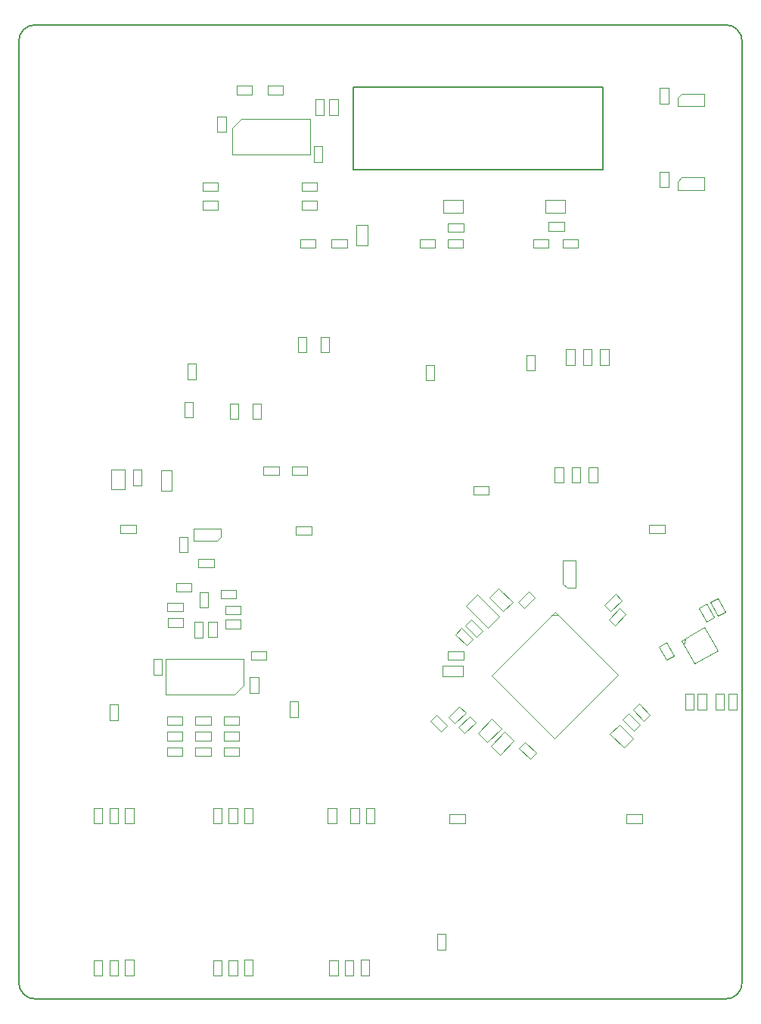
<source format=gbr>
G04 DipTrace 4.0.0.5*
G04 BottomAssembly.gbr*
%MOIN*%
G04 #@! TF.FileFunction,Drawing,Bot*
G04 #@! TF.Part,Single*
%ADD12C,0.005512*%
%ADD13C,0.004724*%
%ADD16C,0.007874*%
%ADD22C,0.003937*%
%FSLAX26Y26*%
G04*
G70*
G90*
G75*
G01*
G04 BotAssy*
%LPD*%
X1137352Y3121603D2*
D13*
X1175147Y3121604D1*
X1175146Y3190895D1*
X1137351Y3190894D1*
X1137352Y3121603D1*
X2187352Y3115354D2*
X2225147D1*
X2225146Y3184646D1*
X2187351Y3184645D1*
X2187352Y3115354D1*
X909646Y2443602D2*
X909645Y2481397D1*
X840354Y2481395D1*
Y2443600D1*
X909646Y2443602D1*
X1684646Y2437351D2*
X1684645Y2475146D1*
X1615354Y2475145D1*
Y2437349D1*
X1684646Y2437351D1*
X2668896Y3228395D2*
X2631101Y3228394D1*
X2631103Y3159103D1*
X2668898Y3159104D1*
X2668896Y3228395D1*
X2465895Y2612352D2*
X2465894Y2650147D1*
X2396603Y2650146D1*
X2396604Y2612351D1*
X2465895Y2612352D1*
X3240895Y2443603D2*
X3240894Y2481398D1*
X3171603Y2481397D1*
X3171604Y2443601D1*
X3240895Y2443603D1*
X2290353Y1206396D2*
X2290355Y1168601D1*
X2359646Y1168603D1*
X2359645Y1206398D1*
X2290353Y1206396D1*
X3071603Y1206395D2*
X3071604Y1168600D1*
X3140895Y1168602D1*
X3140894Y1206397D1*
X3071603Y1206395D1*
X1048304Y2137645D2*
Y2099850D1*
X1117596D1*
Y2137645D1*
X1048304D1*
X1365896Y1599851D2*
Y1637647D1*
X1296605D1*
Y1599851D1*
X1365896D1*
X1372146Y2087199D2*
X1372145Y2124994D1*
X1302854Y2124992D1*
Y2087197D1*
X1372146Y2087199D1*
X1046605Y1637647D2*
Y1599851D1*
X1115896D1*
Y1637647D1*
X1046605D1*
X793603Y1621603D2*
X831398Y1621604D1*
X831397Y1690895D1*
X793601Y1690894D1*
X793603Y1621603D1*
X1587353Y1634103D2*
X1625148Y1634104D1*
X1625146Y1703395D1*
X1587350Y1703394D1*
X1587353Y1634103D1*
X900147Y1234645D2*
X862351D1*
Y1165354D1*
X900147D1*
Y1234645D1*
X862351Y496603D2*
X900147D1*
Y565895D1*
X862351D1*
Y496603D1*
X3329776Y1667879D2*
X3367571D1*
X3367570Y1737171D1*
X3329775Y1737170D1*
X3329776Y1667879D1*
X3386025D2*
X3423821D1*
X3423819Y1737171D1*
X3386024Y1737170D1*
X3386025Y1667879D1*
X3425957Y2054298D2*
X3458688Y2073195D1*
X3424043Y2133203D1*
X3391311Y2114306D1*
X3425957Y2054298D1*
X3475955Y2079298D2*
X3508687Y2098195D1*
X3474041Y2158203D1*
X3441310Y2139306D1*
X3475955Y2079298D1*
X2238000Y611887D2*
X2275795D1*
Y681178D1*
X2238000D1*
Y611887D1*
X3464878Y1667879D2*
X3502673D1*
Y1737170D1*
X3464878D1*
Y1667879D1*
X3521127D2*
X3558922D1*
Y1737170D1*
X3521127D1*
Y1667879D1*
X1425147Y1234645D2*
X1387351D1*
Y1165354D1*
X1425147D1*
Y1234645D1*
X1387351Y496603D2*
X1425147D1*
Y565895D1*
X1387351D1*
Y496603D1*
X1253395Y2293602D2*
Y2331397D1*
X1184103D1*
Y2293602D1*
X1253395D1*
X3060300Y1499053D2*
X3100945Y1539698D1*
X3039699Y1600943D1*
X2999055Y1560299D1*
X3060300Y1499053D1*
X3069110Y2086134D2*
X3042385Y2112859D1*
X2993388Y2063863D1*
X3020114Y2037138D1*
X3069110Y2086134D1*
X3104885Y1574639D2*
X3131610Y1601365D1*
X3082613Y1650360D1*
X3055888Y1623634D1*
X3104885Y1574639D1*
X3050361Y2148635D2*
X3023635Y2175361D1*
X2974639Y2126364D1*
X3001364Y2099639D1*
X3050361Y2148635D1*
X3148635Y1618388D2*
X3175361Y1645114D1*
X3126364Y1694110D1*
X3099639Y1667385D1*
X3148635Y1618388D1*
X2417804Y1564699D2*
X2458449Y1524055D1*
X2519694Y1585300D1*
X2479049Y1625945D1*
X2417804Y1564699D1*
X2345115Y2025361D2*
X2318390Y1998635D1*
X2367386Y1949639D1*
X2394111Y1976364D1*
X2345115Y2025361D1*
X2330888Y1588864D2*
X2357614Y1562139D1*
X2406610Y1611135D1*
X2379885Y1637861D1*
X2330888Y1588864D1*
X2284103Y1925147D2*
Y1887351D1*
X2353395D1*
Y1925147D1*
X2284103D1*
X2287138Y1632612D2*
X2313863Y1605887D1*
X2362859Y1654883D1*
X2336134Y1681609D1*
X2287138Y1632612D1*
X1962647Y1234645D2*
X1924851D1*
Y1165354D1*
X1962647D1*
Y1234645D1*
X1899851Y496603D2*
X1937647D1*
Y565895D1*
X1899851D1*
Y496603D1*
X2669110Y2161136D2*
X2642384Y2187861D1*
X2593388Y2138863D1*
X2620114Y2112139D1*
X2669110Y2161136D1*
X2508449Y2200945D2*
X2467804Y2160300D1*
X2529049Y2099055D1*
X2569694Y2139699D1*
X2508449Y2200945D1*
X2388864Y2062861D2*
X2362139Y2036135D1*
X2411135Y1987139D1*
X2437861Y2013864D1*
X2388864Y2062861D1*
X2415226Y2172380D2*
X2365118Y2122268D1*
X2459774Y2027620D1*
X2509882Y2077732D1*
X2415226Y2172380D1*
X2648015Y1449017D2*
X2674740Y1475743D1*
X2625743Y1524738D1*
X2599018Y1498012D1*
X2648015Y1449017D1*
X2474055Y1508449D2*
X2514699Y1467804D1*
X2575945Y1529049D1*
X2535300Y1569694D1*
X2474055Y1508449D1*
X2799557Y3852509D2*
Y3909989D1*
X2712943D1*
Y3852509D1*
X2799557D1*
X2797145Y3774851D2*
Y3812647D1*
X2727854D1*
Y3774851D1*
X2797145D1*
X2284103Y3807050D2*
Y3769254D1*
X2353395D1*
Y3807050D1*
X2284103D1*
X2265993Y3909989D2*
Y3852509D1*
X2352607D1*
Y3909989D1*
X2265993D1*
X1412352Y1740354D2*
X1450147D1*
X1450146Y1809646D1*
X1412351Y1809645D1*
X1412352Y1740354D1*
X1306396Y4278395D2*
X1268601Y4278394D1*
X1268603Y4209103D1*
X1306398Y4209104D1*
X1306396Y4278395D1*
X898048Y2652853D2*
X935844D1*
Y2722144D1*
X898048D1*
Y2652853D1*
X802510Y2637940D2*
X859990Y2637941D1*
X859988Y2724555D1*
X802508Y2724554D1*
X802510Y2637940D1*
X1025147Y1890895D2*
X987352Y1890894D1*
X987354Y1821603D1*
X1025149Y1821604D1*
X1025147Y1890895D1*
X1731397Y4147145D2*
X1693602D1*
Y4077854D1*
X1731397D1*
Y4147145D1*
X1266468Y2409939D2*
X1284841Y2428312D1*
Y2465057D1*
X1165156D1*
Y2409939D1*
X1266468D1*
X2756380Y2097277D2*
D22*
X2477721Y1818601D1*
X2756119Y1540221D1*
X3034777Y1818897D1*
X2756380Y2097277D1*
X2770299Y2083358D2*
X2742447Y2083343D1*
X3313078Y1971614D2*
X3372133Y1869328D1*
X3474419Y1928383D1*
X3415364Y2030669D1*
X3313078Y1971614D1*
X3330159Y1981476D2*
X3322940Y1954532D1*
X2968749Y4407477D2*
D16*
X1868749D1*
Y4042521D1*
X2968749D1*
Y4407477D1*
X1020127Y2629723D2*
D13*
X1067371D1*
Y2720274D1*
X1020127D1*
Y2629723D1*
X2351525Y1813878D2*
Y1861122D1*
X2260973D1*
Y1813878D1*
X2351525D1*
X1882628Y3710973D2*
X1929872Y3710974D1*
X1929870Y3801525D1*
X1882626Y3801524D1*
X1882628Y3710973D1*
X1204483Y2052136D2*
X1166687D1*
Y1985207D1*
X1204483D1*
Y2052136D1*
X3314779Y4377557D2*
X3296407Y4359185D1*
Y4322439D1*
X3416092D1*
Y4377557D1*
X3314779D1*
Y4008808D2*
X3296407Y3990435D1*
Y3953690D1*
X3416092D1*
Y4008808D1*
X3314779D1*
X1354034Y4412647D2*
Y4374851D1*
X1420963D1*
Y4412647D1*
X1354034D1*
X1491534D2*
Y4374851D1*
X1558463D1*
Y4412647D1*
X1491534D1*
X1839714Y3699851D2*
Y3737647D1*
X1772784D1*
Y3699851D1*
X1839714D1*
X1702214D2*
Y3737647D1*
X1635284D1*
Y3699851D1*
X1702214D1*
X1699852Y4285284D2*
X1737647Y4285285D1*
X1737646Y4352214D1*
X1699851Y4352213D1*
X1699852Y4285284D1*
X1800147Y4352214D2*
X1762351D1*
Y4285284D1*
X1800147D1*
Y4352214D1*
X1049485Y2068896D2*
Y2031101D1*
X1116414D1*
Y2068896D1*
X1049485D1*
X1364715Y1531101D2*
Y1568896D1*
X1297786D1*
Y1531101D1*
X1364715D1*
X2352214Y3699851D2*
Y3737647D1*
X2285284D1*
Y3699851D1*
X2352214D1*
X1285283Y2193744D2*
Y2155949D1*
X1352212D1*
Y2193744D1*
X1285283D1*
X1239715Y1531101D2*
Y1568896D1*
X1172786D1*
Y1531101D1*
X1239715D1*
X1088686Y2223446D2*
Y2185651D1*
X1155615D1*
Y2223446D1*
X1088686D1*
X2233449Y1643275D2*
X2206723Y1616549D1*
X2254049Y1569223D1*
X2280775Y1595949D1*
X2233449Y1643275D1*
X2227214Y3699851D2*
Y3737647D1*
X2160284D1*
Y3699851D1*
X2227214D1*
X1708463Y3949851D2*
Y3987647D1*
X1641534D1*
Y3949851D1*
X1708463D1*
X1370964Y2024698D2*
Y2062493D1*
X1304035D1*
Y2024698D1*
X1370964D1*
X1047786Y1568896D2*
Y1531101D1*
X1114715D1*
Y1568896D1*
X1047786D1*
X1641534Y3906397D2*
Y3868602D1*
X1708463D1*
Y3906397D1*
X1641534D1*
X1416535Y1925147D2*
Y1887351D1*
X1483464D1*
Y1925147D1*
X1416535D1*
X1172786Y1637647D2*
Y1599851D1*
X1239715D1*
Y1637647D1*
X1172786D1*
X1189905Y2117682D2*
X1227700D1*
X1227699Y2184612D1*
X1189903Y2184611D1*
X1189905Y2117682D1*
X2858464Y3699851D2*
Y3737647D1*
X2791535D1*
Y3699851D1*
X2858464D1*
X1114715Y1462351D2*
Y1500146D1*
X1047785Y1500145D1*
X1047786Y1462349D1*
X1114715Y1462351D1*
X2727214Y3699851D2*
Y3737647D1*
X2660284D1*
Y3699851D1*
X2727214D1*
X1270964Y3949851D2*
Y3987647D1*
X1204035D1*
Y3949851D1*
X1270964D1*
X1204035Y3906397D2*
Y3868602D1*
X1270964D1*
Y3906397D1*
X1204035D1*
X1124852Y2954033D2*
X1162647Y2954034D1*
X1162646Y3020963D1*
X1124851D1*
X1124852Y2954033D1*
X2806101Y3185285D2*
X2843897Y3185286D1*
X2843895Y3252215D1*
X2806100D1*
X2806101Y3185285D1*
X1324852Y2947785D2*
X1362647Y2947786D1*
X1362646Y3014715D1*
X1324851D1*
X1324852Y2947785D1*
X2881103Y3185285D2*
X2918898Y3185286D1*
X2918897Y3252215D1*
X2881101D1*
X2881103Y3185285D1*
X1662647Y3308464D2*
X1624851D1*
Y3241535D1*
X1662647D1*
Y3308464D1*
X1424852Y2947784D2*
X1462647Y2947785D1*
X1462646Y3014714D1*
X1424851Y3014713D1*
X1424852Y2947784D1*
X1762647Y3308464D2*
X1724851D1*
Y3241535D1*
X1762647D1*
Y3308464D1*
X3256399Y4402214D2*
X3218603D1*
Y4335284D1*
X3256399D1*
Y4402214D1*
Y4033464D2*
X3218603D1*
Y3966535D1*
X3256399D1*
Y4033464D1*
X724852Y1166535D2*
X762647D1*
X762646Y1233465D1*
X724851Y1233464D1*
X724852Y1166535D1*
X762646Y564714D2*
X724851Y564713D1*
X724852Y497784D1*
X762648Y497785D1*
X762646Y564714D1*
X793603Y1166535D2*
X831398D1*
X831397Y1233465D1*
X793601Y1233464D1*
X793603Y1166535D1*
X831396Y564714D2*
X793601Y564713D1*
X793603Y497784D1*
X831398Y497785D1*
X831396Y564714D1*
X2956103Y3185284D2*
X2993898Y3185285D1*
X2993896Y3252214D1*
X2956101Y3252213D1*
X2956103Y3185284D1*
X2793897Y2733463D2*
X2756102D1*
Y2666534D1*
X2793897D1*
Y2733463D1*
X3247905Y1962721D2*
X3215173Y1943823D1*
X3248638Y1885861D1*
X3281369Y1904759D1*
X3247905Y1962721D1*
X2868897Y2733463D2*
X2831102D1*
Y2666534D1*
X2868897D1*
Y2733463D1*
X2943896D2*
X2906101Y2733462D1*
X2906103Y2666533D1*
X2943898Y2666534D1*
X2943896Y2733463D1*
X1137647Y2427214D2*
X1099851D1*
Y2360284D1*
X1137647D1*
Y2427214D1*
X1597784Y2737647D2*
Y2699851D1*
X1664714D1*
Y2737647D1*
X1597784D1*
X1249852Y1166535D2*
X1287647D1*
X1287646Y1233465D1*
X1249851Y1233464D1*
X1249852Y1166535D1*
X1287646Y564714D2*
X1249851Y564713D1*
X1249852Y497784D1*
X1287648Y497785D1*
X1287646Y564714D1*
X1539714Y2699852D2*
X1539713Y2737647D1*
X1472784Y2737646D1*
X1472785Y2699851D1*
X1539714Y2699852D1*
X1318603Y1166535D2*
X1356398D1*
X1356397Y1233465D1*
X1318601Y1233464D1*
X1318603Y1166535D1*
X1356396Y564714D2*
X1318601Y564713D1*
X1318603Y497784D1*
X1356398Y497785D1*
X1356396Y564714D1*
X1756101Y1166535D2*
X1793897D1*
X1793895Y1233465D1*
X1756100Y1233464D1*
X1756101Y1166535D1*
X1800146Y564714D2*
X1762351Y564713D1*
X1762352Y497784D1*
X1800148Y497785D1*
X1800146Y564714D1*
X1856103Y1166535D2*
X1893898D1*
X1893897Y1233465D1*
X1856101Y1233464D1*
X1856103Y1166535D1*
X1868896Y564714D2*
X1831101Y564713D1*
X1831103Y497784D1*
X1868898Y497785D1*
X1868896Y564714D1*
X1333808Y4108758D2*
X1678690D1*
Y4266239D1*
X1373178D1*
X1333808Y4226868D1*
Y4108758D1*
X1384941Y1891239D2*
X1040059D1*
Y1733758D1*
X1345571D1*
X1384941Y1773128D1*
Y1891239D1*
X2791192Y2221027D2*
X2809565Y2202655D1*
X2846310Y2202657D1*
X2846306Y2322342D1*
X2791187Y2322340D1*
X2791192Y2221027D1*
X1364715Y1462350D2*
Y1500145D1*
X1297786D1*
Y1462350D1*
X1364715D1*
X1172786Y1500145D2*
Y1462350D1*
X1239715D1*
Y1500145D1*
X1172786D1*
X1267174Y2054723D2*
X1229379D1*
Y1987794D1*
X1267174D1*
Y2054723D1*
X468749Y393749D2*
D12*
X3506249D1*
G03X3581249Y468749I2643J72357D01*
G01*
Y4606249D1*
G03X3506249Y4681249I-72357J2643D01*
G01*
X468749D1*
G03X393749Y4606249I-2643J-72357D01*
G01*
Y468749D1*
G03X468749Y393749I72357J-2643D01*
G01*
M02*

</source>
